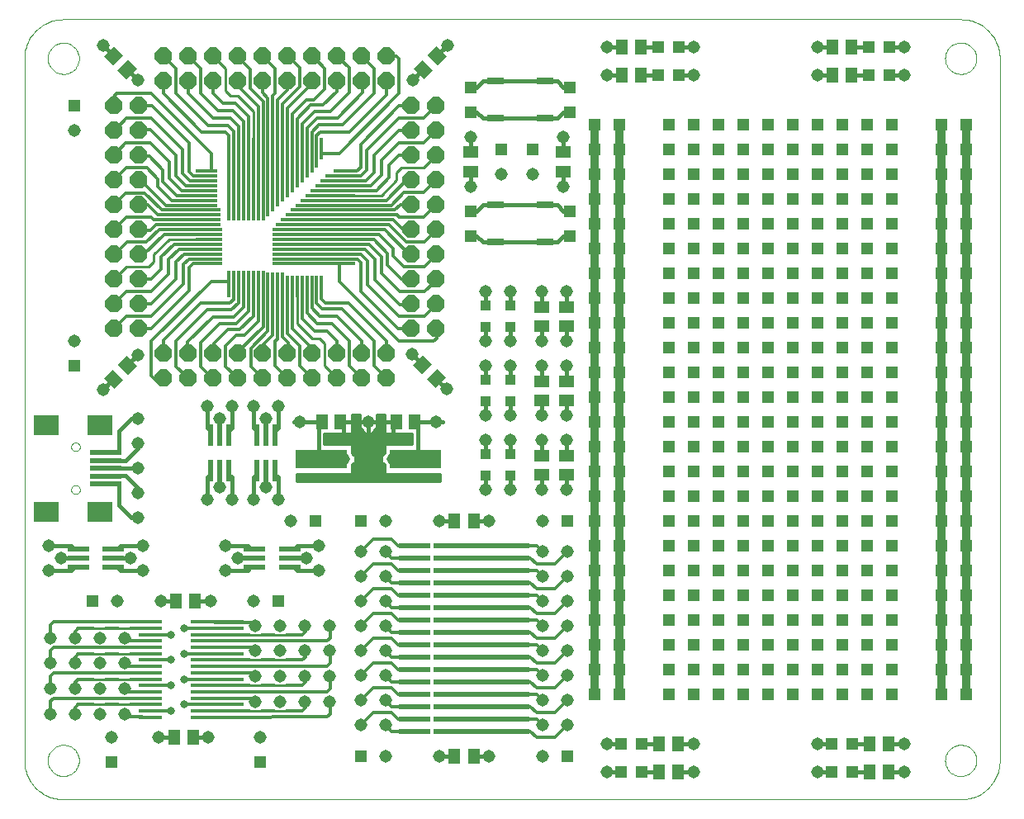
<source format=gtl>
G75*
G70*
%OFA0B0*%
%FSLAX24Y24*%
%IPPOS*%
%LPD*%
%AMOC8*
5,1,8,0,0,1.08239X$1,22.5*
%
%ADD10R,0.1260X0.0236*%
%ADD11C,0.0515*%
%ADD12C,0.0120*%
%ADD13R,0.3858X0.0236*%
%ADD14R,0.0965X0.0177*%
%ADD15C,0.0320*%
%ADD16R,0.2126X0.0177*%
%ADD17C,0.0100*%
%ADD18R,0.0650X0.0300*%
%ADD19R,0.0515X0.0515*%
%ADD20C,0.0160*%
%ADD21R,0.0866X0.0217*%
%ADD22R,0.0217X0.0866*%
%ADD23R,0.0512X0.0591*%
%ADD24R,0.0472X0.0472*%
%ADD25R,0.0394X0.0433*%
%ADD26R,0.2100X0.0760*%
%ADD27R,0.0591X0.0512*%
%ADD28C,0.0320*%
%ADD29C,0.0000*%
%ADD30R,0.0984X0.0787*%
%ADD31R,0.1299X0.0197*%
%ADD32R,0.1112X0.0130*%
%ADD33R,0.1024X0.0130*%
%ADD34R,0.0886X0.0130*%
%ADD35R,0.0130X0.1112*%
%ADD36R,0.0130X0.1024*%
%ADD37R,0.0130X0.0886*%
%ADD38R,0.3334X0.0130*%
%ADD39R,0.0130X0.3334*%
%ADD40R,0.3189X0.0130*%
%ADD41R,0.0130X0.3189*%
%ADD42R,0.2992X0.0130*%
%ADD43R,0.0130X0.2992*%
%ADD44R,0.2795X0.0130*%
%ADD45R,0.0130X0.2795*%
%ADD46R,0.2598X0.0130*%
%ADD47R,0.0130X0.2598*%
%ADD48R,0.2402X0.0130*%
%ADD49R,0.0130X0.2402*%
%ADD50R,0.2205X0.0130*%
%ADD51R,0.0130X0.2205*%
%ADD52R,0.2008X0.0130*%
%ADD53R,0.0130X0.2008*%
%ADD54R,0.1811X0.0130*%
%ADD55R,0.0130X0.1811*%
%ADD56R,0.1614X0.0130*%
%ADD57R,0.0130X0.1614*%
%ADD58R,0.1417X0.0130*%
%ADD59R,0.0130X0.1417*%
%ADD60R,0.0130X0.1220*%
%ADD61R,0.1220X0.0130*%
%ADD62OC8,0.0700*%
%ADD63C,0.0110*%
D10*
X020374Y006167D03*
X020374Y006667D03*
X020374Y007167D03*
X020374Y007667D03*
X020374Y008167D03*
X020374Y008667D03*
X020374Y009167D03*
X020374Y009667D03*
X020374Y010167D03*
X020374Y010667D03*
X020374Y011167D03*
X020374Y011667D03*
X020374Y012167D03*
X020374Y012667D03*
X020374Y013167D03*
X020374Y013667D03*
D11*
X019205Y013417D03*
X018205Y013417D03*
X018205Y012417D03*
X019205Y012417D03*
X019205Y011417D03*
X018205Y011417D03*
X018205Y010417D03*
X019205Y010417D03*
X019205Y009417D03*
X018205Y009417D03*
X018205Y008417D03*
X019205Y008417D03*
X019205Y007417D03*
X018205Y007417D03*
X018205Y006417D03*
X019205Y006417D03*
X019205Y005167D03*
X021386Y005167D03*
X023386Y005167D03*
X025567Y005167D03*
X025567Y006417D03*
X025567Y007417D03*
X026567Y007417D03*
X026567Y006417D03*
X028136Y005667D03*
X028136Y004542D03*
X031636Y004542D03*
X031636Y005667D03*
X026567Y008417D03*
X025567Y008417D03*
X025567Y009417D03*
X025567Y010417D03*
X026567Y010417D03*
X026567Y009417D03*
X026567Y011417D03*
X025567Y011417D03*
X025567Y012417D03*
X025567Y013417D03*
X026567Y013417D03*
X026567Y012417D03*
X025567Y014667D03*
X025511Y015917D03*
X026511Y015917D03*
X024261Y015917D03*
X023261Y015917D03*
X023386Y014667D03*
X021386Y014667D03*
X019205Y014667D03*
X016530Y013667D03*
X016030Y013167D03*
X016530Y012667D03*
X013886Y011417D03*
X013957Y010443D03*
X014957Y010443D03*
X015957Y010443D03*
X016957Y010443D03*
X016957Y009420D03*
X015957Y009420D03*
X014957Y009420D03*
X013957Y009420D03*
X013957Y008396D03*
X014957Y008396D03*
X015957Y008396D03*
X016957Y008396D03*
X016957Y007372D03*
X015957Y007372D03*
X014957Y007372D03*
X013957Y007372D03*
X014136Y005917D03*
X012063Y005917D03*
X010063Y005917D03*
X008670Y006872D03*
X007670Y006872D03*
X006670Y006872D03*
X005670Y006872D03*
X005670Y007896D03*
X006670Y007896D03*
X007670Y007896D03*
X008670Y007896D03*
X008670Y008920D03*
X007670Y008920D03*
X006670Y008920D03*
X005670Y008920D03*
X005670Y009943D03*
X006670Y009943D03*
X007670Y009943D03*
X008670Y009943D03*
X008386Y011417D03*
X009405Y012667D03*
X008905Y013167D03*
X009405Y013667D03*
X009203Y014792D03*
X009203Y015792D03*
X009203Y016792D03*
X009203Y017792D03*
X009203Y018792D03*
X007804Y019960D03*
X009218Y021374D03*
X006636Y021917D03*
X012011Y019310D03*
X012511Y018810D03*
X013011Y019310D03*
X013886Y019310D03*
X014386Y018810D03*
X014886Y019310D03*
X015761Y018667D03*
X017511Y017167D03*
X018511Y018667D03*
X019511Y017167D03*
X021261Y018667D03*
X023261Y018917D03*
X024261Y018917D03*
X025511Y018917D03*
X026511Y018917D03*
X026511Y017917D03*
X025511Y017917D03*
X024261Y017917D03*
X023261Y017917D03*
X021688Y019990D03*
X023261Y020917D03*
X024261Y020917D03*
X025511Y020917D03*
X026511Y020917D03*
X026511Y021917D03*
X025511Y021917D03*
X024261Y021917D03*
X023261Y021917D03*
X023261Y023917D03*
X024261Y023917D03*
X025511Y023917D03*
X026511Y023917D03*
X020274Y021404D03*
X014386Y016023D03*
X013886Y015523D03*
X013011Y015523D03*
X012511Y016023D03*
X012011Y015523D03*
X012743Y013667D03*
X013243Y013167D03*
X012743Y012667D03*
X012136Y011417D03*
X010136Y011417D03*
X006118Y013167D03*
X005618Y013667D03*
X005618Y012667D03*
X014886Y015523D03*
X015386Y014667D03*
X008136Y005917D03*
X036636Y005667D03*
X036636Y004542D03*
X040136Y004542D03*
X040136Y005667D03*
X026386Y028167D03*
X025136Y028667D03*
X023886Y028667D03*
X022636Y028167D03*
X022636Y030167D03*
X020304Y032460D03*
X021718Y033874D03*
X026386Y030167D03*
X028136Y032667D03*
X028136Y033792D03*
X031636Y033792D03*
X031636Y032667D03*
X036636Y032667D03*
X036636Y033792D03*
X040136Y033792D03*
X040136Y032667D03*
X009218Y032460D03*
X007804Y033874D03*
X006636Y030417D03*
D12*
X008271Y030437D02*
X008751Y030917D01*
X009761Y030917D01*
X011031Y029647D01*
X011031Y028685D01*
X011320Y028393D01*
X012051Y028393D01*
X012037Y028196D02*
X011151Y028196D01*
X010751Y028607D01*
X010751Y029427D01*
X009731Y030447D01*
X009341Y030447D01*
X009331Y030437D01*
X009721Y029917D02*
X008731Y029917D01*
X008271Y029457D01*
X008751Y028917D02*
X008261Y028427D01*
X008731Y027907D02*
X008261Y027437D01*
X008731Y027907D02*
X009481Y027907D01*
X010171Y027212D01*
X012041Y027212D01*
X012031Y027017D02*
X010011Y027017D01*
X009611Y027417D01*
X009291Y027417D01*
X009281Y027407D01*
X009761Y026917D02*
X008761Y026917D01*
X008261Y026417D01*
X008771Y025917D02*
X008271Y025417D01*
X009249Y025416D02*
X009463Y025416D01*
X010275Y026228D01*
X010458Y026228D01*
X010281Y026228D02*
X012011Y026228D01*
X012031Y026427D02*
X010071Y026427D01*
X009561Y025917D01*
X008771Y025917D01*
X009249Y026396D02*
X009708Y026396D01*
X009938Y026621D01*
X012036Y026621D01*
X012011Y026818D02*
X009851Y026818D01*
X009761Y026917D01*
X010341Y027409D02*
X009331Y028427D01*
X009571Y028917D02*
X008751Y028917D01*
X009281Y029407D02*
X009291Y029397D01*
X009671Y029397D01*
X010231Y028837D01*
X010231Y028357D01*
X010781Y027803D01*
X012031Y027803D01*
X012031Y027999D02*
X010971Y027999D01*
X010481Y028497D01*
X010481Y029157D01*
X009721Y029917D01*
X009571Y028917D02*
X010011Y028477D01*
X010011Y028167D01*
X010571Y027606D01*
X012035Y027606D01*
X012031Y027409D02*
X010341Y027409D01*
X011454Y028590D02*
X011301Y028754D01*
X011301Y029918D01*
X009800Y031419D01*
X009249Y031419D01*
X008236Y031492D02*
X008236Y031792D01*
X008361Y031917D01*
X009761Y031917D01*
X012186Y029492D01*
X012186Y028817D01*
X012032Y028590D02*
X011454Y028590D01*
X012891Y029647D02*
X012891Y030217D01*
X012741Y030377D01*
X011801Y030377D01*
X010261Y031917D01*
X010261Y032409D01*
X010761Y031917D02*
X010761Y032917D01*
X010261Y033417D01*
X011261Y033417D02*
X011761Y032917D01*
X011761Y031917D01*
X012461Y031217D01*
X013061Y031217D01*
X013482Y030787D01*
X013482Y029667D01*
X013679Y029657D02*
X013679Y030997D01*
X013161Y031517D01*
X012661Y031517D01*
X012261Y031917D01*
X012261Y032431D01*
X011261Y032417D02*
X011261Y031917D01*
X012261Y030917D01*
X012961Y030917D01*
X013285Y030587D01*
X013285Y029657D01*
X013088Y029647D02*
X013088Y030387D01*
X012861Y030617D01*
X012061Y030617D01*
X010761Y031917D01*
X013261Y032215D02*
X014072Y031403D01*
X014072Y031219D01*
X014072Y031397D02*
X014072Y029667D01*
X014271Y029647D02*
X014271Y031607D01*
X013761Y032117D01*
X013761Y032907D01*
X013261Y033407D01*
X014261Y033417D02*
X014761Y032917D01*
X014761Y031917D01*
X014663Y031827D01*
X014663Y029667D01*
X014466Y029642D02*
X014466Y031740D01*
X014241Y031970D01*
X014241Y032429D01*
X013261Y032429D02*
X013261Y032215D01*
X014861Y031667D02*
X015261Y032067D01*
X015261Y032387D01*
X015251Y032397D01*
X015751Y032197D02*
X015751Y032947D01*
X015281Y033417D01*
X016271Y033417D02*
X016761Y032927D01*
X016761Y032107D01*
X016321Y031667D01*
X016011Y031667D01*
X015450Y031107D01*
X015450Y029643D01*
X015253Y029647D02*
X015253Y031337D01*
X016271Y032347D01*
X015751Y032197D02*
X015056Y031507D01*
X015056Y029637D01*
X014861Y029647D02*
X014861Y031667D01*
X015647Y030897D02*
X016201Y031447D01*
X016681Y031447D01*
X017241Y032007D01*
X017241Y032387D01*
X017251Y032397D01*
X017761Y031957D02*
X017761Y032947D01*
X017301Y033407D01*
X018281Y033407D02*
X018761Y032927D01*
X018761Y031917D01*
X017491Y030647D01*
X016530Y030647D01*
X016238Y030358D01*
X016238Y029627D01*
X016434Y029646D02*
X016434Y030224D01*
X016599Y030377D01*
X017762Y030377D01*
X019263Y031878D01*
X019263Y032429D01*
X019761Y031917D02*
X019761Y033317D01*
X019636Y033442D01*
X019336Y033442D01*
X018291Y032337D02*
X018281Y032347D01*
X018291Y032337D02*
X018291Y031947D01*
X017271Y030927D01*
X016451Y030927D01*
X016041Y030527D01*
X016041Y029641D01*
X015844Y029647D02*
X015844Y030707D01*
X016341Y031197D01*
X017001Y031197D01*
X017761Y031957D01*
X019761Y031917D02*
X017336Y029492D01*
X016661Y029492D01*
X015647Y029647D02*
X015647Y030897D01*
X018221Y029877D02*
X018221Y028937D01*
X018061Y028787D01*
X017492Y028787D01*
X017491Y028590D02*
X018231Y028590D01*
X018461Y028817D01*
X018461Y029617D01*
X019761Y030917D01*
X020761Y030917D01*
X021261Y031417D01*
X021261Y030417D02*
X020761Y029917D01*
X019761Y029917D01*
X019061Y029217D01*
X019061Y028617D01*
X018631Y028196D01*
X017511Y028196D01*
X017501Y027999D02*
X018841Y027999D01*
X019361Y028517D01*
X019361Y029017D01*
X019761Y029417D01*
X020276Y029417D01*
X019761Y030417D02*
X018761Y029417D01*
X018761Y028717D01*
X018431Y028393D01*
X017501Y028393D01*
X017511Y027606D02*
X019241Y027606D01*
X019248Y027606D02*
X020059Y028417D01*
X020274Y028417D01*
X019961Y027917D02*
X020751Y027917D01*
X021251Y028417D01*
X021261Y027417D02*
X020761Y026917D01*
X019761Y026917D01*
X019671Y027015D01*
X017511Y027015D01*
X017487Y027212D02*
X019585Y027212D01*
X019814Y027437D01*
X020274Y027437D01*
X019961Y027917D02*
X019451Y027407D01*
X017491Y027407D01*
X017491Y026817D02*
X019511Y026817D01*
X019911Y026417D01*
X020231Y026417D01*
X020241Y026427D01*
X020041Y025927D02*
X020791Y025927D01*
X021261Y026397D01*
X020041Y025927D02*
X019351Y026621D01*
X017481Y026621D01*
X017491Y026425D02*
X019181Y026425D01*
X020191Y025407D01*
X019951Y024917D02*
X020771Y024917D01*
X021261Y025407D01*
X019951Y024917D02*
X019511Y025357D01*
X019511Y025667D01*
X018951Y026228D01*
X017488Y026228D01*
X017491Y026031D02*
X018741Y026031D01*
X019291Y025477D01*
X019291Y024997D01*
X019851Y024437D01*
X020231Y024437D01*
X020241Y024427D01*
X019801Y023917D02*
X020791Y023917D01*
X021251Y024377D01*
X021251Y023397D02*
X020771Y022917D01*
X019761Y022917D01*
X018491Y024187D01*
X018491Y025148D01*
X018202Y025440D01*
X017471Y025440D01*
X017491Y025243D02*
X018069Y025243D01*
X018222Y025079D01*
X018222Y023915D01*
X019722Y022415D01*
X020274Y022415D01*
X019761Y021917D02*
X021161Y021917D01*
X021286Y022042D01*
X021286Y022342D01*
X020181Y023387D02*
X020191Y023397D01*
X020181Y023387D02*
X019791Y023387D01*
X018771Y024407D01*
X018771Y025227D01*
X018371Y025637D01*
X017486Y025637D01*
X017491Y025834D02*
X018551Y025834D01*
X019041Y025337D01*
X019041Y024677D01*
X019801Y023917D01*
X019261Y021917D02*
X017721Y023457D01*
X016781Y023457D01*
X016631Y023617D01*
X016631Y024217D01*
X016434Y024187D02*
X016434Y023447D01*
X016661Y023217D01*
X017461Y023217D01*
X018761Y021917D01*
X018761Y020917D01*
X019261Y020417D01*
X018261Y020417D02*
X017761Y020917D01*
X017761Y021917D01*
X017061Y022617D01*
X016461Y022617D01*
X016041Y023047D01*
X016041Y024167D01*
X016238Y024177D02*
X016238Y023247D01*
X016561Y022917D01*
X017261Y022917D01*
X018261Y021917D01*
X018261Y021417D01*
X019261Y021425D02*
X019261Y021917D01*
X019761Y021917D02*
X017336Y024342D01*
X017336Y025017D01*
X015844Y024177D02*
X015844Y022837D01*
X016361Y022317D01*
X016861Y022317D01*
X017261Y021917D01*
X017261Y021402D01*
X016262Y021404D02*
X016262Y021619D01*
X015450Y022430D01*
X015450Y022614D01*
X015450Y022437D02*
X015450Y024167D01*
X015251Y024187D02*
X015251Y022227D01*
X015761Y021717D01*
X015761Y020927D01*
X016261Y020427D01*
X015261Y020417D02*
X014761Y020917D01*
X014761Y021917D01*
X014860Y022007D01*
X014860Y024167D01*
X014661Y024187D02*
X014661Y022167D01*
X014261Y021767D01*
X014261Y021447D01*
X014271Y021437D01*
X013771Y021637D02*
X013771Y020887D01*
X014241Y020417D01*
X013251Y020417D02*
X012761Y020907D01*
X012761Y021727D01*
X013201Y022167D01*
X013511Y022167D01*
X014072Y022727D01*
X014072Y024267D01*
X013875Y024187D02*
X013875Y022937D01*
X013321Y022387D01*
X012841Y022387D01*
X012281Y021827D01*
X012281Y021447D01*
X012271Y021437D01*
X011761Y021877D02*
X011761Y020887D01*
X012221Y020427D01*
X011241Y020427D02*
X010761Y020907D01*
X010761Y021917D01*
X012031Y023187D01*
X012992Y023187D01*
X013285Y023475D01*
X013285Y024207D01*
X013482Y024177D02*
X013482Y023307D01*
X013071Y022907D01*
X012251Y022907D01*
X011231Y021887D01*
X011231Y021497D01*
X011241Y021487D01*
X011761Y021877D02*
X012521Y022637D01*
X013181Y022637D01*
X013679Y023127D01*
X013679Y024187D01*
X014269Y024187D02*
X014269Y022497D01*
X013251Y021487D01*
X013771Y021637D02*
X014466Y022327D01*
X014466Y024197D01*
X015056Y023839D02*
X015056Y022093D01*
X015282Y021864D01*
X015282Y021404D01*
X013088Y023609D02*
X012924Y023456D01*
X011760Y023456D01*
X010259Y021955D01*
X010259Y021404D01*
X009761Y021917D02*
X009761Y020517D01*
X009886Y020392D01*
X010186Y020392D01*
X009761Y021917D02*
X012186Y024342D01*
X012861Y024342D01*
X013088Y024417D02*
X013088Y023609D01*
X011301Y023957D02*
X009761Y022417D01*
X009269Y022417D01*
X008761Y022917D02*
X008261Y022417D01*
X008761Y022917D02*
X009761Y022917D01*
X011061Y024217D01*
X011061Y025017D01*
X011291Y025243D01*
X012031Y025243D01*
X012031Y025047D02*
X011461Y025047D01*
X011301Y024897D01*
X011301Y023957D01*
X010761Y024417D02*
X009761Y023417D01*
X009261Y023417D01*
X008761Y023917D02*
X008261Y023417D01*
X008761Y023917D02*
X009761Y023917D01*
X010461Y024617D01*
X010461Y025217D01*
X010891Y025637D01*
X012011Y025637D01*
X012021Y025440D02*
X011091Y025440D01*
X010761Y025117D01*
X010761Y024417D01*
X010161Y024817D02*
X009761Y024417D01*
X009247Y024417D01*
X010161Y024817D02*
X010161Y025317D01*
X010681Y025834D01*
X012021Y025834D01*
X018221Y029877D02*
X019761Y031417D01*
X020253Y031417D01*
X020261Y030417D02*
X019761Y030417D01*
X019248Y027606D02*
X019064Y027606D01*
X018705Y013917D02*
X019455Y013917D01*
X019705Y013667D01*
X020599Y013667D01*
X020599Y013167D02*
X019455Y013167D01*
X019205Y013417D01*
X019455Y012917D02*
X018705Y012917D01*
X018205Y012417D01*
X019205Y012417D02*
X019455Y012167D01*
X020599Y012167D01*
X020599Y012667D02*
X019705Y012667D01*
X019455Y012917D01*
X018705Y013917D02*
X018205Y013417D01*
X018705Y011917D02*
X019455Y011917D01*
X019705Y011667D01*
X020599Y011667D01*
X020599Y011167D02*
X019455Y011167D01*
X019205Y011417D01*
X019455Y010917D02*
X018705Y010917D01*
X018205Y010417D01*
X018705Y009917D02*
X019455Y009917D01*
X019705Y009667D01*
X020599Y009667D01*
X020599Y009167D02*
X019455Y009167D01*
X019205Y009417D01*
X018705Y009917D02*
X018205Y009417D01*
X018705Y008917D02*
X019455Y008917D01*
X019705Y008667D01*
X020599Y008667D01*
X020599Y008167D02*
X019455Y008167D01*
X019205Y008417D01*
X019455Y007917D02*
X018705Y007917D01*
X018205Y007417D01*
X018705Y006917D02*
X019455Y006917D01*
X019705Y006667D01*
X020599Y006667D01*
X020599Y006167D02*
X019455Y006167D01*
X019205Y006417D01*
X018705Y006917D02*
X018205Y006417D01*
X019205Y007417D02*
X019455Y007167D01*
X020599Y007167D01*
X020599Y007667D02*
X019705Y007667D01*
X019455Y007917D01*
X018705Y008917D02*
X018205Y008417D01*
X016969Y008396D02*
X016969Y007896D01*
X016844Y007771D01*
X012343Y007765D01*
X012313Y007497D02*
X013844Y007497D01*
X013969Y007372D01*
X014207Y006997D02*
X014707Y006997D01*
X015207Y006997D02*
X015832Y006997D01*
X015844Y006997D02*
X015969Y007122D01*
X015969Y007372D01*
X016969Y007372D02*
X016969Y006872D01*
X016844Y006747D01*
X012343Y006741D01*
X012855Y006997D02*
X013707Y006997D01*
X013707Y008021D02*
X012855Y008021D01*
X012313Y008521D02*
X013844Y008521D01*
X013969Y008396D01*
X014207Y008021D02*
X014707Y008021D01*
X015207Y008021D02*
X015832Y008021D01*
X015844Y008021D02*
X015969Y008146D01*
X015969Y008396D01*
X016844Y008795D02*
X012343Y008789D01*
X012087Y009301D02*
X011075Y009301D01*
X010557Y009045D02*
X009784Y009045D01*
X009813Y009295D02*
X008920Y009295D01*
X008670Y008920D02*
X008795Y008795D01*
X010040Y008789D01*
X009784Y008533D02*
X005805Y008533D01*
X005677Y008405D01*
X005670Y007896D01*
X005805Y007509D02*
X005677Y007381D01*
X005670Y006872D01*
X005805Y007509D02*
X009784Y007509D01*
X009813Y007247D02*
X008920Y007247D01*
X008670Y006872D02*
X008795Y006747D01*
X010040Y006741D01*
X009784Y006997D02*
X010557Y006997D01*
X011075Y007253D02*
X012087Y007253D01*
X010557Y008021D02*
X009784Y008021D01*
X009813Y008271D02*
X008920Y008271D01*
X008670Y007896D02*
X008795Y007771D01*
X010040Y007765D01*
X011075Y008277D02*
X012087Y008277D01*
X012855Y009045D02*
X013707Y009045D01*
X013969Y009420D02*
X013844Y009545D01*
X012313Y009545D01*
X012343Y009812D02*
X016844Y009818D01*
X016969Y009943D01*
X016969Y010443D01*
X015969Y010443D02*
X015969Y010193D01*
X015844Y010068D01*
X015832Y010068D02*
X015207Y010068D01*
X014707Y010068D02*
X014207Y010068D01*
X013969Y010443D02*
X013844Y010568D01*
X012313Y010568D01*
X012087Y010324D02*
X011075Y010324D01*
X010557Y010068D02*
X009784Y010068D01*
X009813Y010318D02*
X008920Y010318D01*
X008670Y009943D02*
X008795Y009818D01*
X010040Y009812D01*
X009784Y009556D02*
X005805Y009556D01*
X005677Y009429D01*
X005670Y008920D01*
X006670Y008920D02*
X006670Y009170D01*
X006828Y009301D01*
X006795Y009295D02*
X007420Y009295D01*
X007920Y009295D02*
X008420Y009295D01*
X008420Y008271D02*
X007920Y008271D01*
X007420Y008271D02*
X006795Y008271D01*
X006828Y008277D02*
X006670Y008146D01*
X006670Y007896D01*
X006795Y007247D02*
X007420Y007247D01*
X007920Y007247D02*
X008420Y007247D01*
X006828Y007253D02*
X006670Y007122D01*
X006670Y006872D01*
X006670Y009943D02*
X006670Y010193D01*
X006828Y010324D01*
X006795Y010318D02*
X007420Y010318D01*
X007920Y010318D02*
X008420Y010318D01*
X009784Y010580D02*
X005805Y010580D01*
X005677Y010452D01*
X005670Y009943D01*
X012855Y010068D02*
X013707Y010068D01*
X014207Y009045D02*
X014707Y009045D01*
X015207Y009045D02*
X015832Y009045D01*
X015844Y009045D02*
X015969Y009170D01*
X015969Y009420D01*
X016969Y009420D02*
X016969Y008920D01*
X016844Y008795D01*
X019205Y010417D02*
X019455Y010167D01*
X020599Y010167D01*
X020599Y010667D02*
X019705Y010667D01*
X019455Y010917D01*
X018705Y011917D02*
X018205Y011417D01*
X024567Y011667D02*
X025317Y011667D01*
X025567Y011417D01*
X025317Y011917D02*
X025067Y012167D01*
X024692Y012167D01*
X024567Y012667D02*
X025317Y012667D01*
X025567Y012417D01*
X025317Y012917D02*
X025067Y013167D01*
X024692Y013167D01*
X024567Y013667D02*
X025317Y013667D01*
X025567Y013417D01*
X025317Y012917D02*
X026067Y012917D01*
X026567Y013417D01*
X026567Y012417D02*
X026067Y011917D01*
X025317Y011917D01*
X025067Y011167D02*
X024692Y011167D01*
X025067Y011167D02*
X025317Y010917D01*
X026067Y010917D01*
X026567Y011417D01*
X025567Y010417D02*
X025317Y010667D01*
X024567Y010667D01*
X024692Y010167D02*
X025067Y010167D01*
X025317Y009917D01*
X026067Y009917D01*
X026567Y010417D01*
X026567Y009417D02*
X026067Y008917D01*
X025317Y008917D01*
X025067Y009167D01*
X024692Y009167D01*
X024567Y009667D02*
X025317Y009667D01*
X025567Y009417D01*
X025317Y008667D02*
X024567Y008667D01*
X024692Y008167D02*
X025067Y008167D01*
X025317Y007917D01*
X026067Y007917D01*
X026567Y008417D01*
X025567Y008417D02*
X025317Y008667D01*
X025317Y007667D02*
X024567Y007667D01*
X024692Y007167D02*
X025067Y007167D01*
X025317Y006917D01*
X026067Y006917D01*
X026567Y007417D01*
X025567Y007417D02*
X025317Y007667D01*
X025317Y006667D02*
X024567Y006667D01*
X024692Y006167D02*
X025067Y006167D01*
X025317Y005917D01*
X026067Y005917D01*
X026567Y006417D01*
X025567Y006417D02*
X025317Y006667D01*
D13*
X023083Y006667D03*
X023083Y006167D03*
X023083Y007167D03*
X023083Y007667D03*
X023083Y008167D03*
X023083Y008667D03*
X023083Y009167D03*
X023083Y009667D03*
X023083Y010167D03*
X023083Y010667D03*
X023083Y011167D03*
X023083Y011667D03*
X023083Y012167D03*
X023083Y012667D03*
X023083Y013167D03*
X023083Y013667D03*
D14*
X009715Y010580D03*
X009715Y010324D03*
X009715Y010068D03*
X009715Y009812D03*
X009715Y009556D03*
X009715Y009301D03*
X009715Y009045D03*
X009715Y008789D03*
X009715Y008533D03*
X009715Y008277D03*
X009715Y008021D03*
X009715Y007765D03*
X009715Y007509D03*
X009715Y007253D03*
X009715Y006997D03*
X009715Y006741D03*
D15*
X010557Y006997D03*
X011075Y007253D03*
X010557Y008021D03*
X011075Y008277D03*
X010557Y009045D03*
X011075Y009301D03*
X010557Y010068D03*
X011075Y010324D03*
D16*
X012412Y010324D03*
X012412Y010068D03*
X012412Y009812D03*
X012412Y009556D03*
X012412Y009301D03*
X012412Y009045D03*
X012412Y008789D03*
X012412Y008533D03*
X012412Y008277D03*
X012412Y008021D03*
X012412Y007765D03*
X012412Y007509D03*
X012412Y007253D03*
X012412Y006997D03*
X012412Y006741D03*
X012412Y010580D03*
D17*
X013707Y010068D02*
X014207Y010068D01*
X014707Y010068D02*
X015207Y010068D01*
X015207Y009045D02*
X014707Y009045D01*
X014207Y009045D02*
X013707Y009045D01*
X013707Y008021D02*
X014207Y008021D01*
X014707Y008021D02*
X015207Y008021D01*
X015207Y006997D02*
X014707Y006997D01*
X014207Y006997D02*
X013707Y006997D01*
X008920Y007247D02*
X008420Y007247D01*
X007920Y007247D02*
X007420Y007247D01*
X007420Y008271D02*
X007920Y008271D01*
X008420Y008271D02*
X008920Y008271D01*
X008920Y009295D02*
X008420Y009295D01*
X007920Y009295D02*
X007420Y009295D01*
X007420Y010318D02*
X007920Y010318D01*
X008420Y010318D02*
X008920Y010318D01*
D18*
X023636Y025917D03*
X025636Y025917D03*
X025636Y027417D03*
X023636Y027417D03*
X023636Y030917D03*
X025636Y030917D03*
X025636Y032417D03*
X023636Y032417D03*
D19*
X022636Y032167D03*
X022636Y031167D03*
X023886Y029667D03*
X025136Y029667D03*
X026636Y031167D03*
X026636Y032167D03*
X027636Y030667D03*
X028636Y030667D03*
X028636Y029667D03*
X027636Y029667D03*
X027636Y028667D03*
X028636Y028667D03*
X028636Y027667D03*
X027636Y027667D03*
X027636Y026667D03*
X028636Y026667D03*
X028636Y025667D03*
X027636Y025667D03*
X026636Y026167D03*
X026636Y027167D03*
X027636Y024667D03*
X028636Y024667D03*
X028636Y023667D03*
X027636Y023667D03*
X027636Y022667D03*
X028636Y022667D03*
X028636Y021667D03*
X027636Y021667D03*
X027636Y020667D03*
X028636Y020667D03*
X028636Y019667D03*
X027636Y019667D03*
X027636Y018667D03*
X028636Y018667D03*
X028636Y017667D03*
X027636Y017667D03*
X027636Y016667D03*
X028636Y016667D03*
X028636Y015667D03*
X027636Y015667D03*
X027636Y014667D03*
X028636Y014667D03*
X028636Y013667D03*
X027636Y013667D03*
X027636Y012667D03*
X028636Y012667D03*
X028636Y011667D03*
X027636Y011667D03*
X027636Y010667D03*
X028636Y010667D03*
X028636Y009667D03*
X027636Y009667D03*
X027636Y008667D03*
X028636Y008667D03*
X028636Y007667D03*
X027636Y007667D03*
X030636Y007667D03*
X031636Y007667D03*
X032636Y007667D03*
X033636Y007667D03*
X034636Y007667D03*
X035636Y007667D03*
X036636Y007667D03*
X037636Y007667D03*
X038636Y007667D03*
X039636Y007667D03*
X039636Y008667D03*
X039636Y009667D03*
X038636Y009667D03*
X037636Y009667D03*
X036636Y009667D03*
X035636Y009667D03*
X034636Y009667D03*
X033636Y009667D03*
X032636Y009667D03*
X031636Y009667D03*
X030636Y009667D03*
X030636Y008667D03*
X031636Y008667D03*
X032636Y008667D03*
X033636Y008667D03*
X034636Y008667D03*
X035636Y008667D03*
X036636Y008667D03*
X037636Y008667D03*
X038636Y008667D03*
X038636Y010667D03*
X037636Y010667D03*
X036636Y010667D03*
X035636Y010667D03*
X034636Y010667D03*
X033636Y010667D03*
X032636Y010667D03*
X031636Y010667D03*
X030636Y010667D03*
X030636Y011667D03*
X031636Y011667D03*
X031636Y012667D03*
X030636Y012667D03*
X030636Y013667D03*
X031636Y013667D03*
X032636Y013667D03*
X033636Y013667D03*
X034636Y013667D03*
X035636Y013667D03*
X036636Y013667D03*
X037636Y013667D03*
X038636Y013667D03*
X039636Y013667D03*
X039636Y014667D03*
X039636Y015667D03*
X038636Y015667D03*
X037636Y015667D03*
X036636Y015667D03*
X035636Y015667D03*
X034636Y015667D03*
X033636Y015667D03*
X032636Y015667D03*
X031636Y015667D03*
X030636Y015667D03*
X030636Y014667D03*
X031636Y014667D03*
X032636Y014667D03*
X033636Y014667D03*
X034636Y014667D03*
X035636Y014667D03*
X036636Y014667D03*
X037636Y014667D03*
X038636Y014667D03*
X038636Y016667D03*
X037636Y016667D03*
X036636Y016667D03*
X035636Y016667D03*
X034636Y016667D03*
X033636Y016667D03*
X032636Y016667D03*
X031636Y016667D03*
X030636Y016667D03*
X030636Y017667D03*
X031636Y017667D03*
X031636Y018667D03*
X030636Y018667D03*
X030636Y019667D03*
X031636Y019667D03*
X032636Y019667D03*
X033636Y019667D03*
X034636Y019667D03*
X035636Y019667D03*
X036636Y019667D03*
X037636Y019667D03*
X038636Y019667D03*
X039636Y019667D03*
X039636Y020667D03*
X039636Y021667D03*
X038636Y021667D03*
X037636Y021667D03*
X036636Y021667D03*
X035636Y021667D03*
X034636Y021667D03*
X033636Y021667D03*
X032636Y021667D03*
X031636Y021667D03*
X030636Y021667D03*
X030636Y020667D03*
X031636Y020667D03*
X032636Y020667D03*
X033636Y020667D03*
X034636Y020667D03*
X035636Y020667D03*
X036636Y020667D03*
X037636Y020667D03*
X038636Y020667D03*
X038636Y022667D03*
X037636Y022667D03*
X036636Y022667D03*
X035636Y022667D03*
X034636Y022667D03*
X033636Y022667D03*
X032636Y022667D03*
X031636Y022667D03*
X030636Y022667D03*
X030636Y023667D03*
X031636Y023667D03*
X031636Y024667D03*
X030636Y024667D03*
X030636Y025667D03*
X031636Y025667D03*
X032636Y025667D03*
X033636Y025667D03*
X034636Y025667D03*
X035636Y025667D03*
X036636Y025667D03*
X037636Y025667D03*
X038636Y025667D03*
X039636Y025667D03*
X039636Y026667D03*
X039636Y027667D03*
X038636Y027667D03*
X037636Y027667D03*
X036636Y027667D03*
X035636Y027667D03*
X034636Y027667D03*
X033636Y027667D03*
X032636Y027667D03*
X031636Y027667D03*
X030636Y027667D03*
X030636Y026667D03*
X031636Y026667D03*
X032636Y026667D03*
X033636Y026667D03*
X034636Y026667D03*
X035636Y026667D03*
X036636Y026667D03*
X037636Y026667D03*
X038636Y026667D03*
X038636Y028667D03*
X037636Y028667D03*
X036636Y028667D03*
X035636Y028667D03*
X034636Y028667D03*
X033636Y028667D03*
X032636Y028667D03*
X031636Y028667D03*
X030636Y028667D03*
X030636Y029667D03*
X031636Y029667D03*
X031636Y030667D03*
X030636Y030667D03*
X032636Y030667D03*
X033636Y030667D03*
X034636Y030667D03*
X035636Y030667D03*
X036636Y030667D03*
X037636Y030667D03*
X038636Y030667D03*
X039636Y030667D03*
X039636Y029667D03*
X038636Y029667D03*
X037636Y029667D03*
X036636Y029667D03*
X035636Y029667D03*
X034636Y029667D03*
X033636Y029667D03*
X032636Y029667D03*
X039636Y028667D03*
X041636Y028667D03*
X042636Y028667D03*
X042636Y029667D03*
X041636Y029667D03*
X041636Y030667D03*
X042636Y030667D03*
X042636Y027667D03*
X041636Y027667D03*
X041636Y026667D03*
X042636Y026667D03*
X042636Y025667D03*
X041636Y025667D03*
X041636Y024667D03*
X042636Y024667D03*
X042636Y023667D03*
X041636Y023667D03*
X041636Y022667D03*
X042636Y022667D03*
X042636Y021667D03*
X041636Y021667D03*
X041636Y020667D03*
X042636Y020667D03*
X042636Y019667D03*
X041636Y019667D03*
X041636Y018667D03*
X042636Y018667D03*
X042636Y017667D03*
X041636Y017667D03*
X041636Y016667D03*
X042636Y016667D03*
X042636Y015667D03*
X041636Y015667D03*
X041636Y014667D03*
X042636Y014667D03*
X042636Y013667D03*
X041636Y013667D03*
X041636Y012667D03*
X042636Y012667D03*
X042636Y011667D03*
X041636Y011667D03*
X041636Y010667D03*
X042636Y010667D03*
X042636Y009667D03*
X041636Y009667D03*
X041636Y008667D03*
X042636Y008667D03*
X042636Y007667D03*
X041636Y007667D03*
X039636Y010667D03*
X039636Y011667D03*
X039636Y012667D03*
X038636Y012667D03*
X037636Y012667D03*
X036636Y012667D03*
X035636Y012667D03*
X034636Y012667D03*
X033636Y012667D03*
X032636Y012667D03*
X032636Y011667D03*
X033636Y011667D03*
X034636Y011667D03*
X035636Y011667D03*
X036636Y011667D03*
X037636Y011667D03*
X038636Y011667D03*
X039636Y016667D03*
X039636Y017667D03*
X039636Y018667D03*
X038636Y018667D03*
X037636Y018667D03*
X036636Y018667D03*
X035636Y018667D03*
X034636Y018667D03*
X033636Y018667D03*
X032636Y018667D03*
X032636Y017667D03*
X033636Y017667D03*
X034636Y017667D03*
X035636Y017667D03*
X036636Y017667D03*
X037636Y017667D03*
X038636Y017667D03*
X039636Y022667D03*
X039636Y023667D03*
X039636Y024667D03*
X038636Y024667D03*
X037636Y024667D03*
X036636Y024667D03*
X035636Y024667D03*
X034636Y024667D03*
X033636Y024667D03*
X032636Y024667D03*
X032636Y023667D03*
X033636Y023667D03*
X034636Y023667D03*
X035636Y023667D03*
X036636Y023667D03*
X037636Y023667D03*
X038636Y023667D03*
X026567Y014667D03*
X018205Y014667D03*
X016386Y014667D03*
X014886Y011417D03*
X007386Y011417D03*
X008136Y004917D03*
X014136Y004917D03*
X018205Y005167D03*
X026567Y005167D03*
X006636Y020917D03*
X022636Y026167D03*
X022636Y027167D03*
X006636Y031417D03*
D20*
X008865Y032813D02*
X009218Y032460D01*
X008158Y033520D02*
X007804Y033874D01*
X020304Y032460D02*
X020658Y032813D01*
X021365Y033520D02*
X021718Y033874D01*
X023136Y032417D02*
X026136Y032417D01*
X026386Y032167D01*
X026636Y032167D01*
X026636Y031167D02*
X026386Y031167D01*
X026136Y030917D01*
X023136Y030917D01*
X022886Y031167D01*
X022636Y031167D01*
X022636Y032167D02*
X022886Y032167D01*
X023136Y032417D01*
X022636Y030167D02*
X022636Y029667D01*
X022636Y028667D02*
X022636Y028167D01*
X023136Y027417D02*
X026136Y027417D01*
X026386Y027167D01*
X026636Y027167D01*
X026636Y026167D02*
X026386Y026167D01*
X026136Y025917D01*
X023136Y025917D01*
X022886Y026167D01*
X022636Y026167D01*
X022636Y027167D02*
X022886Y027167D01*
X023136Y027417D01*
X026386Y028167D02*
X026386Y028667D01*
X026386Y029667D02*
X026386Y030167D01*
X028136Y032667D02*
X028636Y032667D01*
X029636Y032667D02*
X030136Y032667D01*
X031136Y032667D02*
X031636Y032667D01*
X031636Y033792D02*
X031136Y033792D01*
X030136Y033792D02*
X029636Y033792D01*
X028636Y033792D02*
X028136Y033792D01*
X036636Y033792D02*
X037136Y033792D01*
X038136Y033792D02*
X038636Y033792D01*
X039636Y033792D02*
X040136Y033792D01*
X040136Y032667D02*
X039636Y032667D01*
X038636Y032667D02*
X038136Y032667D01*
X037136Y032667D02*
X036636Y032667D01*
X026511Y023917D02*
X026511Y023417D01*
X025511Y023417D02*
X025511Y023917D01*
X024261Y023917D02*
X024261Y023417D01*
X023261Y023417D02*
X023261Y023917D01*
X023261Y022417D02*
X023261Y021917D01*
X024261Y021917D02*
X024261Y022417D01*
X025511Y022417D02*
X025511Y021917D01*
X026511Y021917D02*
X026511Y022417D01*
X026511Y020917D02*
X026511Y020417D01*
X025511Y020417D02*
X025511Y020917D01*
X024261Y020917D02*
X024261Y020417D01*
X023261Y020417D02*
X023261Y020917D01*
X021688Y019990D02*
X021334Y020343D01*
X020627Y021051D02*
X020274Y021404D01*
X023261Y019417D02*
X023261Y018917D01*
X024261Y018917D02*
X024261Y019417D01*
X025511Y019417D02*
X025511Y018917D01*
X026511Y018917D02*
X026511Y019417D01*
X026511Y017917D02*
X026511Y017417D01*
X025511Y017417D02*
X025511Y017917D01*
X024261Y017917D02*
X024261Y017417D01*
X023261Y017417D02*
X023261Y017917D01*
X021511Y018667D02*
X020511Y018667D01*
X020511Y017167D01*
X021386Y016542D02*
X019136Y016542D01*
X019136Y016917D01*
X019011Y017042D01*
X019011Y017292D01*
X019136Y017417D01*
X019136Y017792D01*
X020261Y017792D01*
X020261Y018167D01*
X016761Y018167D01*
X016761Y017792D01*
X017886Y017792D01*
X017886Y017417D01*
X018011Y017292D01*
X018011Y017042D01*
X017886Y016917D01*
X017886Y016542D01*
X015636Y016542D01*
X015636Y016292D01*
X021386Y016292D01*
X021386Y016542D01*
X021386Y016417D02*
X015636Y016417D01*
X014886Y016417D02*
X014760Y016543D01*
X014760Y016917D01*
X014386Y016917D02*
X014386Y016023D01*
X013886Y016417D02*
X013886Y015523D01*
X013011Y015523D02*
X013011Y016417D01*
X012885Y016543D01*
X012885Y016917D01*
X012511Y016917D02*
X012511Y016023D01*
X012011Y016417D02*
X012011Y015523D01*
X012011Y016417D02*
X012137Y016543D01*
X012137Y016917D01*
X012137Y017917D02*
X012137Y018291D01*
X012011Y018417D01*
X012011Y019310D01*
X012511Y018810D02*
X012511Y017917D01*
X012885Y017917D02*
X012885Y018291D01*
X013011Y018417D01*
X013011Y019310D01*
X013886Y019310D02*
X013886Y018417D01*
X014012Y018291D01*
X014012Y017917D01*
X014386Y017917D02*
X014386Y018810D01*
X014886Y018417D02*
X014886Y019310D01*
X014886Y018417D02*
X014760Y018291D01*
X014760Y017917D01*
X015511Y018667D02*
X016511Y018667D01*
X016511Y017167D01*
X016761Y017844D02*
X020261Y017844D01*
X020261Y018003D02*
X016761Y018003D01*
X016761Y018161D02*
X020261Y018161D01*
X019511Y018167D02*
X019511Y018667D01*
X018511Y018667D01*
X018511Y018167D01*
X018386Y018167D02*
X018636Y018167D01*
X018886Y018417D01*
X018886Y017917D01*
X018261Y017917D01*
X018136Y018292D01*
X018136Y018417D01*
X018386Y018167D01*
X018180Y018161D02*
X018886Y018161D01*
X018886Y018167D02*
X018136Y018167D01*
X018136Y018667D01*
X017886Y018667D01*
X017886Y018917D01*
X018136Y018917D01*
X018136Y018667D01*
X017886Y018667D01*
X017886Y017917D01*
X019136Y017917D01*
X019136Y018667D01*
X019011Y018542D01*
X018886Y018542D01*
X018886Y018917D01*
X019136Y018917D01*
X019136Y018667D01*
X018886Y018667D01*
X018886Y018167D01*
X018886Y018320D02*
X018789Y018320D01*
X018886Y018320D02*
X019136Y018320D01*
X019136Y018478D02*
X018886Y018478D01*
X018886Y018637D02*
X019106Y018637D01*
X019136Y018637D02*
X018886Y018637D01*
X018886Y018795D02*
X019136Y018795D01*
X018511Y018667D02*
X017511Y018667D01*
X017511Y018167D01*
X017886Y018161D02*
X019136Y018161D01*
X019136Y018003D02*
X017886Y018003D01*
X017886Y018320D02*
X018136Y018320D01*
X018233Y018320D01*
X018136Y018478D02*
X017886Y018478D01*
X017886Y018637D02*
X018136Y018637D01*
X018136Y018795D02*
X017886Y018795D01*
X018233Y018003D02*
X018886Y018003D01*
X019136Y017686D02*
X017886Y017686D01*
X017886Y017527D02*
X019136Y017527D01*
X019088Y017369D02*
X017934Y017369D01*
X018011Y017210D02*
X019011Y017210D01*
X019011Y017051D02*
X018011Y017051D01*
X017886Y016893D02*
X019136Y016893D01*
X019136Y016734D02*
X017886Y016734D01*
X017886Y016576D02*
X019136Y016576D01*
X021386Y014667D02*
X021886Y014667D01*
X022886Y014667D02*
X023386Y014667D01*
X023261Y015917D02*
X023261Y016417D01*
X024261Y016417D02*
X024261Y015917D01*
X025511Y015917D02*
X025511Y016417D01*
X026511Y016417D02*
X026511Y015917D01*
X016530Y013667D02*
X015636Y013667D01*
X015510Y013541D01*
X015136Y013541D01*
X015136Y013167D02*
X016030Y013167D01*
X015636Y012667D02*
X015510Y012793D01*
X015136Y012793D01*
X015636Y012667D02*
X016530Y012667D01*
X014136Y012793D02*
X013762Y012793D01*
X013636Y012667D01*
X012743Y012667D01*
X013243Y013167D02*
X014136Y013167D01*
X014136Y013541D02*
X013762Y013541D01*
X013636Y013667D01*
X012743Y013667D01*
X014886Y015523D02*
X014886Y016417D01*
X014012Y016543D02*
X014012Y016917D01*
X014012Y016543D02*
X013886Y016417D01*
X009405Y013667D02*
X008511Y013667D01*
X008385Y013541D01*
X008011Y013541D01*
X008011Y013167D02*
X008905Y013167D01*
X008511Y012667D02*
X008385Y012793D01*
X008011Y012793D01*
X008511Y012667D02*
X009405Y012667D01*
X010136Y011417D02*
X010636Y011417D01*
X011636Y011417D02*
X012136Y011417D01*
X009203Y014792D02*
X008953Y014792D01*
X008453Y015292D01*
X008453Y016104D01*
X008516Y016479D02*
X008703Y016479D01*
X009203Y015979D01*
X009203Y015792D01*
X009203Y016792D02*
X008516Y016792D01*
X008453Y017104D02*
X008703Y017104D01*
X009203Y017604D01*
X009203Y017792D01*
X008453Y017417D02*
X008453Y018292D01*
X008953Y018792D01*
X009203Y018792D01*
X007804Y019960D02*
X008158Y020313D01*
X008865Y021020D02*
X009218Y021374D01*
X007011Y013541D02*
X006637Y013541D01*
X006511Y013667D01*
X005618Y013667D01*
X006118Y013167D02*
X007011Y013167D01*
X007011Y012793D02*
X006637Y012793D01*
X006511Y012667D01*
X005618Y012667D01*
X010063Y005917D02*
X010563Y005917D01*
X011563Y005917D02*
X012063Y005917D01*
X021386Y005167D02*
X021886Y005167D01*
X022886Y005167D02*
X023386Y005167D01*
X028136Y005667D02*
X028636Y005667D01*
X029636Y005667D02*
X030136Y005667D01*
X031136Y005667D02*
X031636Y005667D01*
X031636Y004542D02*
X031136Y004542D01*
X030136Y004542D02*
X029636Y004542D01*
X028636Y004542D02*
X028136Y004542D01*
X036636Y004542D02*
X037136Y004542D01*
X038136Y004542D02*
X038636Y004542D01*
X039636Y004542D02*
X040136Y004542D01*
X040136Y005667D02*
X039636Y005667D01*
X038636Y005667D02*
X038136Y005667D01*
X037136Y005667D02*
X036636Y005667D01*
D21*
X015345Y012793D03*
X015345Y013167D03*
X015345Y013541D03*
X013928Y013541D03*
X013928Y013167D03*
X013928Y012793D03*
X008220Y012793D03*
X008220Y013167D03*
X008220Y013541D03*
X006803Y013541D03*
X006803Y013167D03*
X006803Y012793D03*
D22*
X012137Y016708D03*
X012511Y016708D03*
X012885Y016708D03*
X014012Y016708D03*
X014386Y016708D03*
X014760Y016708D03*
X014760Y018125D03*
X014386Y018125D03*
X014012Y018125D03*
X012885Y018125D03*
X012511Y018125D03*
X012137Y018125D03*
D23*
G36*
X008622Y020361D02*
X008260Y019999D01*
X007844Y020415D01*
X008206Y020777D01*
X008622Y020361D01*
G37*
G36*
X009179Y020918D02*
X008817Y020556D01*
X008401Y020972D01*
X008763Y021334D01*
X009179Y020918D01*
G37*
X016637Y018667D03*
X017385Y018667D03*
X019637Y018667D03*
X020385Y018667D03*
G36*
X021286Y020808D02*
X021648Y020446D01*
X021232Y020030D01*
X020870Y020392D01*
X021286Y020808D01*
G37*
G36*
X020729Y021364D02*
X021091Y021002D01*
X020675Y020586D01*
X020313Y020948D01*
X020729Y021364D01*
G37*
X021993Y014667D03*
X022780Y014667D03*
X011530Y011417D03*
X010743Y011417D03*
X010670Y005917D03*
X011457Y005917D03*
X021993Y005167D03*
X022780Y005167D03*
X030262Y005667D03*
X031010Y005667D03*
X031010Y004542D03*
X030262Y004542D03*
X038762Y004542D03*
X039510Y004542D03*
X039510Y005667D03*
X038762Y005667D03*
X038010Y032667D03*
X037262Y032667D03*
X037262Y033792D03*
X038010Y033792D03*
X029510Y033792D03*
X028762Y033792D03*
X028762Y032667D03*
X029510Y032667D03*
G36*
X021679Y033418D02*
X021317Y033056D01*
X020901Y033472D01*
X021263Y033834D01*
X021679Y033418D01*
G37*
G36*
X021122Y032861D02*
X020760Y032499D01*
X020344Y032915D01*
X020706Y033277D01*
X021122Y032861D01*
G37*
G36*
X008817Y033277D02*
X009179Y032915D01*
X008763Y032499D01*
X008401Y032861D01*
X008817Y033277D01*
G37*
G36*
X008260Y033834D02*
X008622Y033472D01*
X008206Y033056D01*
X007844Y033418D01*
X008260Y033834D01*
G37*
D24*
X030223Y033792D03*
X031050Y033792D03*
X031050Y032667D03*
X030223Y032667D03*
X038723Y032667D03*
X039550Y032667D03*
X039550Y033792D03*
X038723Y033792D03*
X038050Y005667D03*
X037223Y005667D03*
X037223Y004542D03*
X038050Y004542D03*
X029550Y004542D03*
X028723Y004542D03*
X028723Y005667D03*
X029550Y005667D03*
D25*
X024261Y016484D03*
X023261Y016484D03*
X023261Y017350D03*
X024261Y017350D03*
X024261Y019484D03*
X023261Y019484D03*
X023261Y020350D03*
X024261Y020350D03*
X024261Y022484D03*
X023261Y022484D03*
X023261Y023350D03*
X024261Y023350D03*
D26*
X020411Y017167D03*
X016611Y017167D03*
D27*
X025511Y017310D03*
X025511Y016523D03*
X026511Y016523D03*
X026511Y017310D03*
X026511Y019523D03*
X026511Y020310D03*
X025511Y020310D03*
X025511Y019523D03*
X025511Y022523D03*
X025511Y023310D03*
X026511Y023310D03*
X026511Y022523D03*
X026386Y028773D03*
X026386Y029560D03*
X022636Y029560D03*
X022636Y028773D03*
D28*
X027636Y030667D02*
X027636Y007667D01*
X028636Y007667D02*
X028636Y030667D01*
X041636Y030667D02*
X041636Y007667D01*
X042636Y007667D02*
X042636Y030667D01*
D29*
X042431Y003417D02*
X006211Y003417D01*
X006211Y003416D02*
X006134Y003418D01*
X006057Y003424D01*
X005980Y003433D01*
X005904Y003446D01*
X005828Y003463D01*
X005754Y003484D01*
X005680Y003508D01*
X005608Y003536D01*
X005538Y003567D01*
X005469Y003602D01*
X005401Y003640D01*
X005336Y003681D01*
X005273Y003726D01*
X005212Y003774D01*
X005153Y003824D01*
X005097Y003877D01*
X005044Y003933D01*
X004994Y003992D01*
X004946Y004053D01*
X004901Y004116D01*
X004860Y004181D01*
X004822Y004249D01*
X004787Y004318D01*
X004756Y004388D01*
X004728Y004460D01*
X004704Y004534D01*
X004683Y004608D01*
X004666Y004684D01*
X004653Y004760D01*
X004644Y004837D01*
X004638Y004914D01*
X004636Y004991D01*
X004636Y033338D01*
X004638Y033415D01*
X004644Y033492D01*
X004653Y033569D01*
X004666Y033645D01*
X004683Y033721D01*
X004704Y033795D01*
X004728Y033869D01*
X004756Y033941D01*
X004787Y034011D01*
X004822Y034080D01*
X004860Y034148D01*
X004901Y034213D01*
X004946Y034276D01*
X004994Y034337D01*
X005044Y034396D01*
X005097Y034452D01*
X005153Y034505D01*
X005212Y034555D01*
X005273Y034603D01*
X005336Y034648D01*
X005401Y034689D01*
X005469Y034727D01*
X005538Y034762D01*
X005608Y034793D01*
X005680Y034821D01*
X005754Y034845D01*
X005828Y034866D01*
X005904Y034883D01*
X005980Y034896D01*
X006057Y034905D01*
X006134Y034911D01*
X006211Y034913D01*
X042431Y034913D01*
X042508Y034911D01*
X042585Y034905D01*
X042662Y034896D01*
X042738Y034883D01*
X042814Y034866D01*
X042888Y034845D01*
X042962Y034821D01*
X043034Y034793D01*
X043104Y034762D01*
X043173Y034727D01*
X043241Y034689D01*
X043306Y034648D01*
X043369Y034603D01*
X043430Y034555D01*
X043489Y034505D01*
X043545Y034452D01*
X043598Y034396D01*
X043648Y034337D01*
X043696Y034276D01*
X043741Y034213D01*
X043782Y034148D01*
X043820Y034080D01*
X043855Y034011D01*
X043886Y033941D01*
X043914Y033869D01*
X043938Y033795D01*
X043959Y033721D01*
X043976Y033645D01*
X043989Y033569D01*
X043998Y033492D01*
X044004Y033415D01*
X044006Y033338D01*
X044006Y004991D01*
X044004Y004914D01*
X043998Y004837D01*
X043989Y004760D01*
X043976Y004684D01*
X043959Y004608D01*
X043938Y004534D01*
X043914Y004460D01*
X043886Y004388D01*
X043855Y004318D01*
X043820Y004249D01*
X043782Y004181D01*
X043741Y004116D01*
X043696Y004053D01*
X043648Y003992D01*
X043598Y003933D01*
X043545Y003877D01*
X043489Y003824D01*
X043430Y003774D01*
X043369Y003726D01*
X043306Y003681D01*
X043241Y003640D01*
X043173Y003602D01*
X043104Y003567D01*
X043034Y003536D01*
X042962Y003508D01*
X042888Y003484D01*
X042814Y003463D01*
X042738Y003446D01*
X042662Y003433D01*
X042585Y003424D01*
X042508Y003418D01*
X042431Y003416D01*
X041801Y004991D02*
X041803Y005041D01*
X041809Y005091D01*
X041819Y005140D01*
X041833Y005188D01*
X041850Y005235D01*
X041871Y005280D01*
X041896Y005324D01*
X041924Y005365D01*
X041956Y005404D01*
X041990Y005441D01*
X042027Y005475D01*
X042067Y005505D01*
X042109Y005532D01*
X042153Y005556D01*
X042199Y005577D01*
X042246Y005593D01*
X042294Y005606D01*
X042344Y005615D01*
X042393Y005620D01*
X042444Y005621D01*
X042494Y005618D01*
X042543Y005611D01*
X042592Y005600D01*
X042640Y005585D01*
X042686Y005567D01*
X042731Y005545D01*
X042774Y005519D01*
X042815Y005490D01*
X042854Y005458D01*
X042890Y005423D01*
X042922Y005385D01*
X042952Y005345D01*
X042979Y005302D01*
X043002Y005258D01*
X043021Y005212D01*
X043037Y005164D01*
X043049Y005115D01*
X043057Y005066D01*
X043061Y005016D01*
X043061Y004966D01*
X043057Y004916D01*
X043049Y004867D01*
X043037Y004818D01*
X043021Y004770D01*
X043002Y004724D01*
X042979Y004680D01*
X042952Y004637D01*
X042922Y004597D01*
X042890Y004559D01*
X042854Y004524D01*
X042815Y004492D01*
X042774Y004463D01*
X042731Y004437D01*
X042686Y004415D01*
X042640Y004397D01*
X042592Y004382D01*
X042543Y004371D01*
X042494Y004364D01*
X042444Y004361D01*
X042393Y004362D01*
X042344Y004367D01*
X042294Y004376D01*
X042246Y004389D01*
X042199Y004405D01*
X042153Y004426D01*
X042109Y004450D01*
X042067Y004477D01*
X042027Y004507D01*
X041990Y004541D01*
X041956Y004578D01*
X041924Y004617D01*
X041896Y004658D01*
X041871Y004702D01*
X041850Y004747D01*
X041833Y004794D01*
X041819Y004842D01*
X041809Y004891D01*
X041803Y004941D01*
X041801Y004991D01*
X006526Y015926D02*
X006528Y015952D01*
X006534Y015978D01*
X006544Y016003D01*
X006557Y016026D01*
X006573Y016046D01*
X006593Y016064D01*
X006615Y016079D01*
X006638Y016091D01*
X006664Y016099D01*
X006690Y016103D01*
X006716Y016103D01*
X006742Y016099D01*
X006768Y016091D01*
X006792Y016079D01*
X006813Y016064D01*
X006833Y016046D01*
X006849Y016026D01*
X006862Y016003D01*
X006872Y015978D01*
X006878Y015952D01*
X006880Y015926D01*
X006878Y015900D01*
X006872Y015874D01*
X006862Y015849D01*
X006849Y015826D01*
X006833Y015806D01*
X006813Y015788D01*
X006791Y015773D01*
X006768Y015761D01*
X006742Y015753D01*
X006716Y015749D01*
X006690Y015749D01*
X006664Y015753D01*
X006638Y015761D01*
X006614Y015773D01*
X006593Y015788D01*
X006573Y015806D01*
X006557Y015826D01*
X006544Y015849D01*
X006534Y015874D01*
X006528Y015900D01*
X006526Y015926D01*
X006526Y017658D02*
X006528Y017684D01*
X006534Y017710D01*
X006544Y017735D01*
X006557Y017758D01*
X006573Y017778D01*
X006593Y017796D01*
X006615Y017811D01*
X006638Y017823D01*
X006664Y017831D01*
X006690Y017835D01*
X006716Y017835D01*
X006742Y017831D01*
X006768Y017823D01*
X006792Y017811D01*
X006813Y017796D01*
X006833Y017778D01*
X006849Y017758D01*
X006862Y017735D01*
X006872Y017710D01*
X006878Y017684D01*
X006880Y017658D01*
X006878Y017632D01*
X006872Y017606D01*
X006862Y017581D01*
X006849Y017558D01*
X006833Y017538D01*
X006813Y017520D01*
X006791Y017505D01*
X006768Y017493D01*
X006742Y017485D01*
X006716Y017481D01*
X006690Y017481D01*
X006664Y017485D01*
X006638Y017493D01*
X006614Y017505D01*
X006593Y017520D01*
X006573Y017538D01*
X006557Y017558D01*
X006544Y017581D01*
X006534Y017606D01*
X006528Y017632D01*
X006526Y017658D01*
X005581Y004991D02*
X005583Y005041D01*
X005589Y005091D01*
X005599Y005140D01*
X005613Y005188D01*
X005630Y005235D01*
X005651Y005280D01*
X005676Y005324D01*
X005704Y005365D01*
X005736Y005404D01*
X005770Y005441D01*
X005807Y005475D01*
X005847Y005505D01*
X005889Y005532D01*
X005933Y005556D01*
X005979Y005577D01*
X006026Y005593D01*
X006074Y005606D01*
X006124Y005615D01*
X006173Y005620D01*
X006224Y005621D01*
X006274Y005618D01*
X006323Y005611D01*
X006372Y005600D01*
X006420Y005585D01*
X006466Y005567D01*
X006511Y005545D01*
X006554Y005519D01*
X006595Y005490D01*
X006634Y005458D01*
X006670Y005423D01*
X006702Y005385D01*
X006732Y005345D01*
X006759Y005302D01*
X006782Y005258D01*
X006801Y005212D01*
X006817Y005164D01*
X006829Y005115D01*
X006837Y005066D01*
X006841Y005016D01*
X006841Y004966D01*
X006837Y004916D01*
X006829Y004867D01*
X006817Y004818D01*
X006801Y004770D01*
X006782Y004724D01*
X006759Y004680D01*
X006732Y004637D01*
X006702Y004597D01*
X006670Y004559D01*
X006634Y004524D01*
X006595Y004492D01*
X006554Y004463D01*
X006511Y004437D01*
X006466Y004415D01*
X006420Y004397D01*
X006372Y004382D01*
X006323Y004371D01*
X006274Y004364D01*
X006224Y004361D01*
X006173Y004362D01*
X006124Y004367D01*
X006074Y004376D01*
X006026Y004389D01*
X005979Y004405D01*
X005933Y004426D01*
X005889Y004450D01*
X005847Y004477D01*
X005807Y004507D01*
X005770Y004541D01*
X005736Y004578D01*
X005704Y004617D01*
X005676Y004658D01*
X005651Y004702D01*
X005630Y004747D01*
X005613Y004794D01*
X005599Y004842D01*
X005589Y004891D01*
X005583Y004941D01*
X005581Y004991D01*
X005581Y033338D02*
X005583Y033388D01*
X005589Y033438D01*
X005599Y033487D01*
X005613Y033535D01*
X005630Y033582D01*
X005651Y033627D01*
X005676Y033671D01*
X005704Y033712D01*
X005736Y033751D01*
X005770Y033788D01*
X005807Y033822D01*
X005847Y033852D01*
X005889Y033879D01*
X005933Y033903D01*
X005979Y033924D01*
X006026Y033940D01*
X006074Y033953D01*
X006124Y033962D01*
X006173Y033967D01*
X006224Y033968D01*
X006274Y033965D01*
X006323Y033958D01*
X006372Y033947D01*
X006420Y033932D01*
X006466Y033914D01*
X006511Y033892D01*
X006554Y033866D01*
X006595Y033837D01*
X006634Y033805D01*
X006670Y033770D01*
X006702Y033732D01*
X006732Y033692D01*
X006759Y033649D01*
X006782Y033605D01*
X006801Y033559D01*
X006817Y033511D01*
X006829Y033462D01*
X006837Y033413D01*
X006841Y033363D01*
X006841Y033313D01*
X006837Y033263D01*
X006829Y033214D01*
X006817Y033165D01*
X006801Y033117D01*
X006782Y033071D01*
X006759Y033027D01*
X006732Y032984D01*
X006702Y032944D01*
X006670Y032906D01*
X006634Y032871D01*
X006595Y032839D01*
X006554Y032810D01*
X006511Y032784D01*
X006466Y032762D01*
X006420Y032744D01*
X006372Y032729D01*
X006323Y032718D01*
X006274Y032711D01*
X006224Y032708D01*
X006173Y032709D01*
X006124Y032714D01*
X006074Y032723D01*
X006026Y032736D01*
X005979Y032752D01*
X005933Y032773D01*
X005889Y032797D01*
X005847Y032824D01*
X005807Y032854D01*
X005770Y032888D01*
X005736Y032925D01*
X005704Y032964D01*
X005676Y033005D01*
X005651Y033049D01*
X005630Y033094D01*
X005613Y033141D01*
X005599Y033189D01*
X005589Y033238D01*
X005583Y033288D01*
X005581Y033338D01*
X041801Y033338D02*
X041803Y033388D01*
X041809Y033438D01*
X041819Y033487D01*
X041833Y033535D01*
X041850Y033582D01*
X041871Y033627D01*
X041896Y033671D01*
X041924Y033712D01*
X041956Y033751D01*
X041990Y033788D01*
X042027Y033822D01*
X042067Y033852D01*
X042109Y033879D01*
X042153Y033903D01*
X042199Y033924D01*
X042246Y033940D01*
X042294Y033953D01*
X042344Y033962D01*
X042393Y033967D01*
X042444Y033968D01*
X042494Y033965D01*
X042543Y033958D01*
X042592Y033947D01*
X042640Y033932D01*
X042686Y033914D01*
X042731Y033892D01*
X042774Y033866D01*
X042815Y033837D01*
X042854Y033805D01*
X042890Y033770D01*
X042922Y033732D01*
X042952Y033692D01*
X042979Y033649D01*
X043002Y033605D01*
X043021Y033559D01*
X043037Y033511D01*
X043049Y033462D01*
X043057Y033413D01*
X043061Y033363D01*
X043061Y033313D01*
X043057Y033263D01*
X043049Y033214D01*
X043037Y033165D01*
X043021Y033117D01*
X043002Y033071D01*
X042979Y033027D01*
X042952Y032984D01*
X042922Y032944D01*
X042890Y032906D01*
X042854Y032871D01*
X042815Y032839D01*
X042774Y032810D01*
X042731Y032784D01*
X042686Y032762D01*
X042640Y032744D01*
X042592Y032729D01*
X042543Y032718D01*
X042494Y032711D01*
X042444Y032708D01*
X042393Y032709D01*
X042344Y032714D01*
X042294Y032723D01*
X042246Y032736D01*
X042199Y032752D01*
X042153Y032773D01*
X042109Y032797D01*
X042067Y032824D01*
X042027Y032854D01*
X041990Y032888D01*
X041956Y032925D01*
X041924Y032964D01*
X041896Y033005D01*
X041871Y033049D01*
X041850Y033094D01*
X041833Y033141D01*
X041819Y033189D01*
X041809Y033238D01*
X041803Y033288D01*
X041801Y033338D01*
D30*
X007687Y018544D03*
X005522Y018544D03*
X005522Y015040D03*
X007687Y015040D03*
D31*
X007924Y016162D03*
X007924Y016477D03*
X007924Y016792D03*
X007924Y017107D03*
X007924Y017422D03*
D32*
X012089Y025047D03*
X012089Y025243D03*
X012089Y025440D03*
X012089Y025637D03*
X012089Y025834D03*
X012089Y026031D03*
X012089Y026228D03*
X012089Y026425D03*
D33*
X012045Y026621D03*
X012045Y026818D03*
X012045Y027015D03*
X012045Y027212D03*
D34*
X011976Y027409D03*
X011976Y027606D03*
X011976Y027803D03*
X011976Y027999D03*
X011976Y028196D03*
X011976Y028393D03*
X011976Y028590D03*
X011976Y028787D03*
X017547Y028787D03*
D35*
X014269Y024244D03*
X014072Y024244D03*
X013875Y024244D03*
X013679Y024244D03*
X013482Y024244D03*
X013285Y024244D03*
X013088Y024244D03*
X012891Y024244D03*
D36*
X014466Y024200D03*
X014663Y024200D03*
X014860Y024200D03*
X015056Y024200D03*
D37*
X015253Y024131D03*
X015450Y024131D03*
X015647Y024131D03*
X015844Y024131D03*
X016041Y024131D03*
X016238Y024131D03*
X016434Y024131D03*
X016631Y024131D03*
X016631Y029702D03*
D38*
X016322Y026425D03*
X016322Y026228D03*
X016322Y026031D03*
X016322Y025834D03*
X016322Y025637D03*
X016322Y025440D03*
X016322Y025243D03*
X016322Y025047D03*
D39*
X014269Y028478D03*
X014072Y028478D03*
X013875Y028478D03*
X013679Y028478D03*
X013482Y028478D03*
X013285Y028478D03*
X013088Y028478D03*
X012891Y028478D03*
D40*
X016395Y026621D03*
D41*
X014466Y028551D03*
D42*
X016494Y026818D03*
D43*
X014663Y028649D03*
D44*
X016592Y027015D03*
D45*
X014860Y028747D03*
D46*
X016690Y027212D03*
D47*
X015056Y028846D03*
D48*
X016789Y027409D03*
D49*
X015253Y028944D03*
D50*
X016887Y027606D03*
D51*
X015450Y029043D03*
D52*
X016986Y027803D03*
D53*
X015647Y029141D03*
D54*
X017084Y027999D03*
D55*
X015844Y029240D03*
D56*
X017182Y028196D03*
D57*
X016041Y029338D03*
D58*
X017281Y028393D03*
D59*
X016238Y029436D03*
D60*
X016434Y029535D03*
D61*
X017379Y028590D03*
D62*
X020261Y028417D03*
X021261Y028417D03*
X021261Y027417D03*
X020261Y027417D03*
X020261Y026417D03*
X021261Y026417D03*
X021261Y025417D03*
X020261Y025417D03*
X020261Y024417D03*
X021261Y024417D03*
X021261Y023417D03*
X020261Y023417D03*
X020261Y022417D03*
X021261Y022417D03*
X019261Y021417D03*
X018261Y021417D03*
X017261Y021417D03*
X016261Y021417D03*
X015261Y021417D03*
X014261Y021417D03*
X013261Y021417D03*
X012261Y021417D03*
X011261Y021417D03*
X010261Y021417D03*
X009261Y022417D03*
X008261Y022417D03*
X008261Y023417D03*
X009261Y023417D03*
X009261Y024417D03*
X008261Y024417D03*
X008261Y025417D03*
X009261Y025417D03*
X009261Y026417D03*
X008261Y026417D03*
X008261Y027417D03*
X009261Y027417D03*
X009261Y028417D03*
X008261Y028417D03*
X008261Y029417D03*
X009261Y029417D03*
X009261Y030417D03*
X008261Y030417D03*
X008261Y031417D03*
X009261Y031417D03*
X010261Y032417D03*
X011261Y032417D03*
X012261Y032417D03*
X013261Y032417D03*
X014261Y032417D03*
X015261Y032417D03*
X016261Y032417D03*
X017261Y032417D03*
X018261Y032417D03*
X019261Y032417D03*
X019261Y033417D03*
X018261Y033417D03*
X017261Y033417D03*
X016261Y033417D03*
X015261Y033417D03*
X014261Y033417D03*
X013261Y033417D03*
X012261Y033417D03*
X011261Y033417D03*
X010261Y033417D03*
X020261Y031417D03*
X021261Y031417D03*
X021261Y030417D03*
X020261Y030417D03*
X020261Y029417D03*
X021261Y029417D03*
X019261Y020417D03*
X018261Y020417D03*
X017261Y020417D03*
X016261Y020417D03*
X015261Y020417D03*
X014261Y020417D03*
X013261Y020417D03*
X012261Y020417D03*
X011261Y020417D03*
X010261Y020417D03*
D63*
X015647Y022637D02*
X016261Y022017D01*
X016561Y022017D01*
X016761Y021817D01*
X016761Y020917D01*
X017261Y020417D01*
X015647Y022637D02*
X015647Y024167D01*
X017261Y025242D02*
X017911Y025242D01*
X017511Y027803D02*
X019041Y027803D01*
X019661Y028417D01*
X019661Y028717D01*
X019861Y028917D01*
X020761Y028917D01*
X021261Y029417D01*
X016426Y029387D02*
X016426Y030037D01*
X013875Y029667D02*
X013875Y031197D01*
X013261Y031817D01*
X012961Y031817D01*
X012761Y032017D01*
X012761Y032917D01*
X012261Y033417D01*
X012251Y028582D02*
X011601Y028582D01*
X012011Y026031D02*
X010481Y026031D01*
X009861Y025417D01*
X009861Y025117D01*
X009661Y024917D01*
X008761Y024917D01*
X008261Y024417D01*
M02*

</source>
